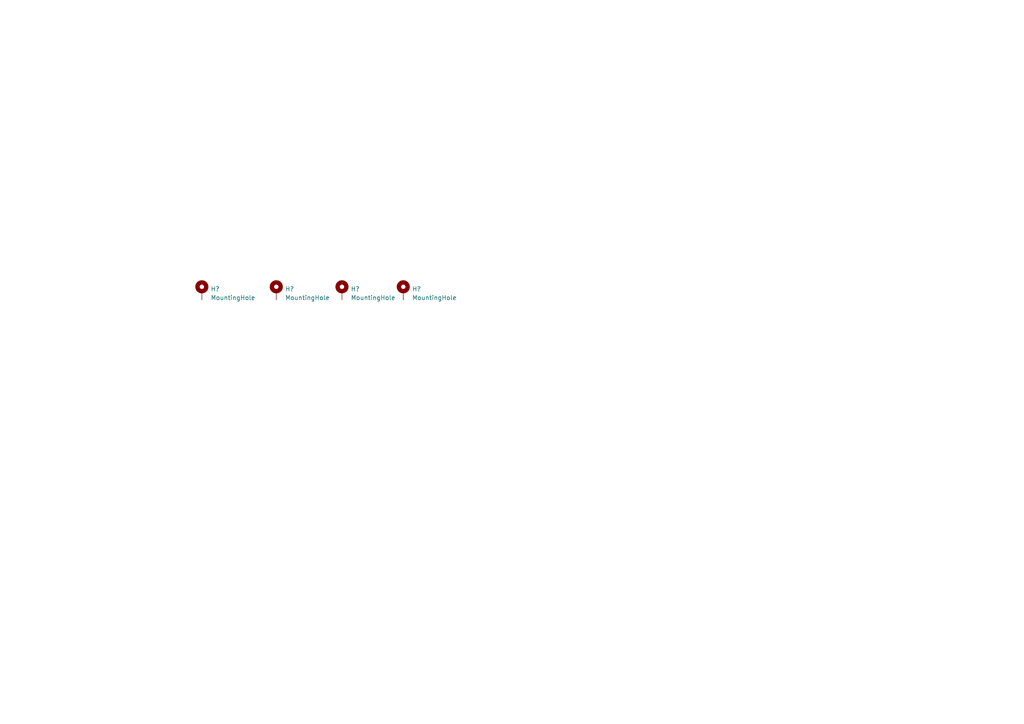
<source format=kicad_sch>
(kicad_sch (version 20230121) (generator eeschema)
  (paper "A4")
  (title_block (title "HPM6E00ADCEVKRevC") (date "2024-09-17") (rev "RevC") (comment 1 "Assembly"))
  (lib_symbols
    (symbol "01-HPM-Peripheral:MountingHole_Pad" (pin_numbers hide) (pin_names (offset 1.016) hide)
      (property "Reference" "H2" (at -1.27 7.62 0))
      (symbol "MountingHole_Pad_0_1"
        (circle (center 0 1.27) (radius 1.27) (stroke (width 1.27)))
      )
      (symbol "MountingHole_Pad_1_1"
        (pin input line (at 0 -2.54 90) (length 2.54) (name "1") (number "1"))
      )
    )
  )
  (symbol (lib_id "01-HPM-Peripheral:MountingHole_Pad") (at 99.187 84.455 0) (unit 1)
    (property "Reference" "H?" (at 101.727 83.82 0) (effects (justify left)))
    (property "Value" "MountingHole" (at 101.727 86.36 0) (effects (justify left)))
    (property "Footprint" "01_HPM_Peripheral:MountingHole_3.2mm_M3_Pad" (effects hide))
    (instances (project "HPM62_63_144_ADC_EVK_RevC" (path "" (reference "H?") (unit 1))) (project "HPM6E00ADCEVKRevC" (path "" (reference "H3") (unit 1))))
  )
  (symbol (lib_id "01-HPM-Peripheral:MountingHole_Pad") (at 58.547 84.455 0) (unit 1)
    (property "Reference" "H?" (at 61.087 83.82 0) (effects (justify left)))
    (property "Value" "MountingHole" (at 61.087 86.36 0) (effects (justify left)))
    (property "Footprint" "01_HPM_Peripheral:MountingHole_3.2mm_M3_Pad" (effects hide))
    (instances (project "HPM62_63_144_ADC_EVK_RevC" (path "" (reference "H?") (unit 1))) (project "HPM6E00ADCEVKRevC" (path "" (reference "H1") (unit 1))))
  )
  (symbol (lib_id "01-HPM-Peripheral:MountingHole_Pad") (at 116.967 84.455 0) (unit 1)
    (property "Reference" "H?" (at 119.507 83.82 0) (effects (justify left)))
    (property "Value" "MountingHole" (at 119.507 86.36 0) (effects (justify left)))
    (property "Footprint" "01_HPM_Peripheral:MountingHole_3.2mm_M3_Pad" (effects hide))
    (instances (project "HPM62_63_144_ADC_EVK_RevC" (path "" (reference "H?") (unit 1))) (project "HPM6E00ADCEVKRevC" (path "" (reference "H4") (unit 1))))
  )
  (symbol (lib_id "01-HPM-Peripheral:MountingHole_Pad") (at 80.137 84.455 0) (unit 1)
    (property "Reference" "H?" (at 82.677 83.82 0) (effects (justify left)))
    (property "Value" "MountingHole" (at 82.677 86.36 0) (effects (justify left)))
    (property "Footprint" "01_HPM_Peripheral:MountingHole_3.2mm_M3_Pad" (effects hide))
    (instances (project "HPM62_63_144_ADC_EVK_RevC" (path "" (reference "H?") (unit 1))) (project "HPM6E00ADCEVKRevC" (path "" (reference "H2") (unit 1))))
  )
)
</source>
